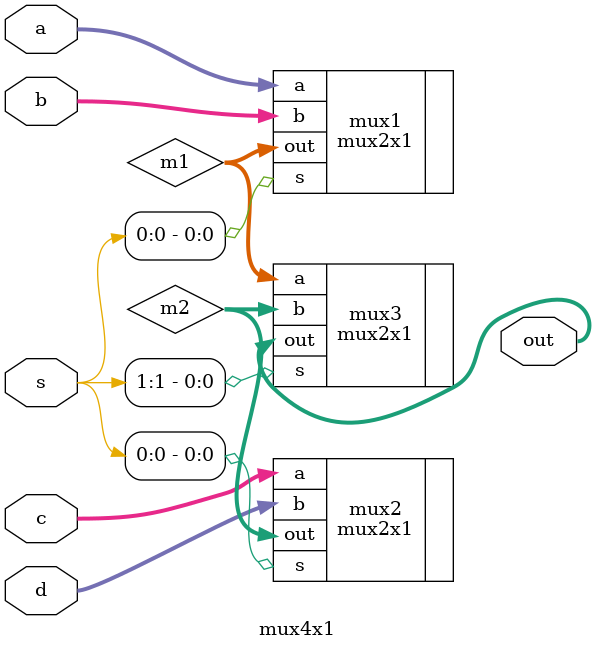
<source format=v>


module mux4x1
(
	a, b, c, d, s,out
);
	parameter data_width = 32;

	input wire [data_width - 1:0] a, b, c, d;
	input wire [1:0] s;
	
	output wire [data_width - 1:0] out;
	
	// local variables
	wire [data_width - 1:0] m1, m2;
	
	mux2x1  #(.data_width(data_width)) mux1 (
		.a(a),
		.b(b),
		.s(s[0]),
		.out(m1)
	);
	
	mux2x1  #(.data_width(data_width)) mux2 (
		.a(c),
		.b(d),
		.s(s[0]),
		.out(m2)
	);
	
	mux2x1  #(.data_width(data_width)) mux3 (
		.a(m1),
		.b(m2),
		.s(s[1]),
		.out(out)
	);


endmodule
</source>
